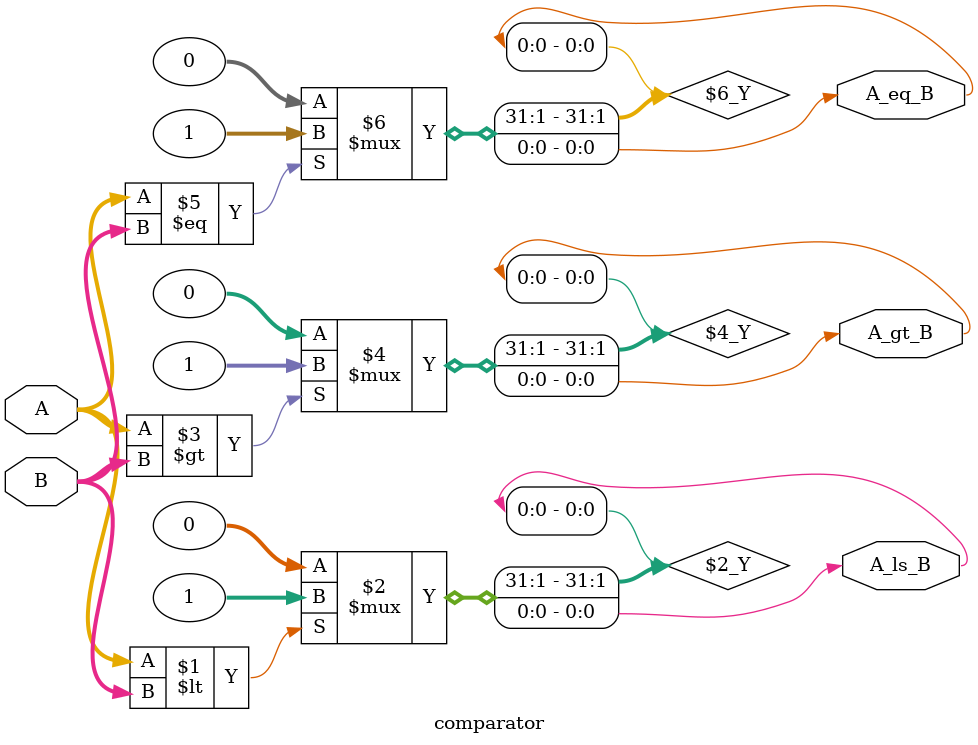
<source format=v>
module comparator(
  A, B, 
  A_ls_B, 
  A_gt_B, 
  A_eq_B
); 
  parameter SIZE=16; 
  input [SIZE-1:0] A, B;
  output A_ls_B, A_gt_B, A_eq_B; 
  
  
  assign A_ls_B = (A<B)? 1:0;
  assign A_gt_B = (A>B)? 1: 0;
  assign A_eq_B = (A==B)? 1: 0;
  
  
endmodule 
</source>
